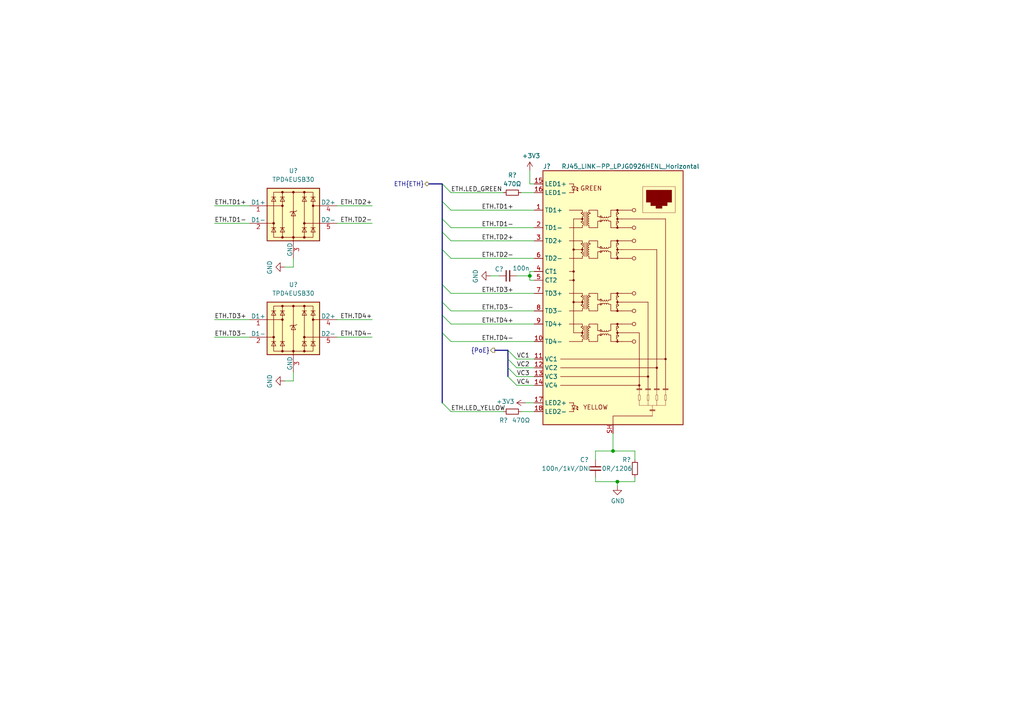
<source format=kicad_sch>
(kicad_sch (version 20201015) (generator eeschema)
  (paper "A4")
  (lib_symbols
    (symbol "Device:C_Small" (pin_numbers hide) (pin_names (offset 0.254) hide)
      (property "Reference" "C" (at 0.254 1.778 0))
      (property "Value" "C_Small" (at 0.254 -2.032 0))
      (symbol "C_Small_0_1"
        (polyline (pts (xy -1.524 -0.508) (xy 1.524 -0.508)) (stroke (width 0.3302)))
        (polyline (pts (xy -1.524 0.508) (xy 1.524 0.508)) (stroke (width 0.3048)))
      )
      (symbol "C_Small_1_1"
        (pin passive line (at 0 2.54 270) (length 2.032) (name "~") (number "1"))
        (pin passive line (at 0 -2.54 90) (length 2.032) (name "~") (number "2"))
      )
    )
    (symbol "Device:R_Small" (pin_numbers hide) (pin_names (offset 0.254) hide)
      (property "Reference" "R" (at 0.762 0.508 0))
      (property "Value" "R_Small" (at 0.762 -1.016 0))
      (symbol "R_Small_0_1"
        (rectangle (start -0.762 1.778) (end 0.762 -1.778) (stroke (width 0.2032)))
      )
      (symbol "R_Small_1_1"
        (pin passive line (at 0 2.54 270) (length 0.762) (name "~") (number "1"))
        (pin passive line (at 0 -2.54 90) (length 0.762) (name "~") (number "2"))
      )
    )
    (symbol "LightBlue:RJ45_LINK-PP_LPJG0926HENL_Horizontal"
      (property "Reference" "J" (at -20.32 38.1 0))
      (property "Value" "RJ45_LINK-PP_LPJG0926HENL_Horizontal" (at 5.08 38.1 0))
      (symbol "RJ45_LINK-PP_LPJG0926HENL_Horizontal_0_0"
        (text "GREEN" (at -6.35 31.75 0) (effects (font (size 1.27 1.27))))
        (text "YELLOW" (at -5.08 -31.75 0) (effects (font (size 1.27 1.27))))
        (rectangle (start 7.366 -28.194) (end 7.874 -29.718) (stroke (width 0.0006)))
        (rectangle (start 9.906 -28.194) (end 10.414 -29.718) (stroke (width 0.0006)))
        (rectangle (start 12.446 -28.194) (end 12.954 -29.718) (stroke (width 0.0006)))
        (rectangle (start 14.986 -28.194) (end 15.494 -29.718) (stroke (width 0.0006)))
        (rectangle (start 9.652 31.242) (end 17.018 27.686) (stroke (width 0.0006)) (fill (type outline)))
        (rectangle (start 10.922 27.686) (end 15.748 26.67) (stroke (width 0.0006)) (fill (type outline)))
        (rectangle (start 12.446 26.67) (end 14.224 25.908) (stroke (width 0.0006)) (fill (type outline)))
        (rectangle (start 8.636 32.258) (end 18.034 24.638) (stroke (width 0.0006)))
        (polyline (pts (xy 7.62 -29.718) (xy 7.62 -31.242)) (stroke (width 0.0006)))
        (polyline (pts (xy 7.62 -31.242) (xy 15.24 -31.242)) (stroke (width 0.0006)))
        (polyline (pts (xy 11.43 -32.512) (xy 11.43 -31.242)) (stroke (width 0.0006)))
        (polyline (pts (xy 10.16 -29.718) (xy 10.16 -31.242)) (stroke (width 0.0006)))
        (polyline (pts (xy 12.7 -29.718) (xy 12.7 -31.242)) (stroke (width 0.0006)))
        (polyline (pts (xy 15.24 -29.718) (xy 15.24 -31.242)) (stroke (width 0.0006)))
        (polyline (pts (xy 15.24 -26.67) (xy 15.24 -28.194)) (stroke (width 0.0006)))
        (polyline (pts (xy 10.16 -26.67) (xy 10.16 -28.194)) (stroke (width 0.0006)))
        (polyline (pts (xy 12.7 -26.67) (xy 12.7 -28.194)) (stroke (width 0.0006)))
        (polyline (pts (xy 7.62 -26.67) (xy 7.62 -28.194)) (stroke (width 0.0006)))
        (polyline (pts (xy 11.43 -34.29) (xy 11.43 -32.766)) (stroke (width 0.0006)))
      )
      (symbol "RJ45_LINK-PP_LPJG0926HENL_Horizontal_0_1"
        (arc (start -8.89 -12.065) (end -8.89 -11.43) (radius (at -8.89 -11.7602) (length 0.3048) (angles -89.9 89.9)))
        (arc (start -8.89 -11.43) (end -8.89 -10.795) (radius (at -8.89 -11.1252) (length 0.3048) (angles -89.9 89.9)))
        (arc (start -8.89 -9.525) (end -8.89 -8.89) (radius (at -8.89 -9.2202) (length 0.3048) (angles -89.9 89.9)))
        (arc (start -8.89 -8.89) (end -8.89 -8.255) (radius (at -8.89 -8.5852) (length 0.3048) (angles -89.9 89.9)))
        (arc (start -8.89 -3.175) (end -8.89 -2.54) (radius (at -8.89 -2.8702) (length 0.3048) (angles -89.9 89.9)))
        (arc (start -8.89 -2.54) (end -8.89 -1.905) (radius (at -8.89 -2.2352) (length 0.3048) (angles -89.9 89.9)))
        (arc (start -8.89 -0.635) (end -8.89 0) (radius (at -8.89 -0.3302) (length 0.3048) (angles -89.9 89.9)))
        (arc (start -8.89 0) (end -8.89 0.635) (radius (at -8.89 0.3048) (length 0.3048) (angles -89.9 89.9)))
        (arc (start -8.89 12.065) (end -8.89 12.7) (radius (at -8.89 12.3698) (length 0.3048) (angles -89.9 89.9)))
        (arc (start -8.89 12.7) (end -8.89 13.335) (radius (at -8.89 13.0048) (length 0.3048) (angles -89.9 89.9)))
        (arc (start -8.89 14.605) (end -8.89 15.24) (radius (at -8.89 14.9098) (length 0.3048) (angles -89.9 89.9)))
        (arc (start -8.89 15.24) (end -8.89 15.875) (radius (at -8.89 15.5448) (length 0.3048) (angles -89.9 89.9)))
        (arc (start -8.89 20.955) (end -8.89 21.59) (radius (at -8.89 21.2598) (length 0.3048) (angles -89.9 89.9)))
        (arc (start -8.89 21.59) (end -8.89 22.225) (radius (at -8.89 21.8948) (length 0.3048) (angles -89.9 89.9)))
        (arc (start -8.89 23.495) (end -8.89 24.13) (radius (at -8.89 23.7998) (length 0.3048) (angles -89.9 89.9)))
        (arc (start -8.89 24.13) (end -8.89 24.765) (radius (at -8.89 24.4348) (length 0.3048) (angles -89.9 89.9)))
        (arc (start -6.985 -11.43) (end -6.985 -12.065) (radius (at -6.985 -11.7348) (length 0.3048) (angles 90.1 -90.1)))
        (arc (start -6.985 -10.795) (end -6.985 -11.43) (radius (at -6.985 -11.0998) (length 0.3048) (angles 90.1 -90.1)))
        (arc (start -6.985 -10.16) (end -6.985 -10.795) (radius (at -6.985 -10.4648) (length 0.3048) (angles 90.1 -90.1)))
        (arc (start -6.985 -9.525) (end -6.985 -10.16) (radius (at -6.985 -9.8298) (length 0.3048) (angles 90.1 -90.1)))
        (arc (start -6.985 -8.89) (end -6.985 -9.525) (radius (at -6.985 -9.1948) (length 0.3048) (angles 90.1 -90.1)))
        (arc (start -6.985 -8.255) (end -6.985 -8.89) (radius (at -6.985 -8.5598) (length 0.3048) (angles 90.1 -90.1)))
        (arc (start -6.985 -2.54) (end -6.985 -3.175) (radius (at -6.985 -2.8448) (length 0.3048) (angles 90.1 -90.1)))
        (arc (start -6.985 -1.905) (end -6.985 -2.54) (radius (at -6.985 -2.2098) (length 0.3048) (angles 90.1 -90.1)))
        (arc (start -6.985 -1.27) (end -6.985 -1.905) (radius (at -6.985 -1.5748) (length 0.3048) (angles 90.1 -90.1)))
        (arc (start -6.985 -0.635) (end -6.985 -1.27) (radius (at -6.985 -0.9398) (length 0.3048) (angles 90.1 -90.1)))
        (arc (start -6.985 0) (end -6.985 -0.635) (radius (at -6.985 -0.3048) (length 0.3048) (angles 90.1 -90.1)))
        (arc (start -6.985 0.635) (end -6.985 0) (radius (at -6.985 0.3302) (length 0.3048) (angles 90.1 -90.1)))
        (arc (start -6.985 12.7) (end -6.985 12.065) (radius (at -6.985 12.3952) (length 0.3048) (angles 90.1 -90.1)))
        (arc (start -6.985 13.335) (end -6.985 12.7) (radius (at -6.985 13.0302) (length 0.3048) (angles 90.1 -90.1)))
        (arc (start -6.985 13.97) (end -6.985 13.335) (radius (at -6.985 13.6652) (length 0.3048) (angles 90.1 -90.1)))
        (arc (start -6.985 14.605) (end -6.985 13.97) (radius (at -6.985 14.3002) (length 0.3048) (angles 90.1 -90.1)))
        (arc (start -6.985 15.24) (end -6.985 14.605) (radius (at -6.985 14.9352) (length 0.3048) (angles 90.1 -90.1)))
        (arc (start -6.985 15.875) (end -6.985 15.24) (radius (at -6.985 15.5702) (length 0.3048) (angles 90.1 -90.1)))
        (arc (start -6.985 21.59) (end -6.985 20.955) (radius (at -6.985 21.2852) (length 0.3048) (angles 90.1 -90.1)))
        (arc (start -6.985 22.225) (end -6.985 21.59) (radius (at -6.985 21.9202) (length 0.3048) (angles 90.1 -90.1)))
        (arc (start -6.985 22.86) (end -6.985 22.225) (radius (at -6.985 22.5552) (length 0.3048) (angles 90.1 -90.1)))
        (arc (start -6.985 23.495) (end -6.985 22.86) (radius (at -6.985 23.1902) (length 0.3048) (angles 90.1 -90.1)))
        (arc (start -6.985 24.13) (end -6.985 23.495) (radius (at -6.985 23.8252) (length 0.3048) (angles 90.1 -90.1)))
        (arc (start -6.985 24.765) (end -6.985 24.13) (radius (at -6.985 24.4602) (length 0.3048) (angles 90.1 -90.1)))
        (arc (start -3.81 -9.525) (end -3.175 -9.525) (radius (at -3.5052 -9.525) (length 0.3048) (angles -179.9 -0.1)))
        (arc (start -3.81 -0.635) (end -3.175 -0.635) (radius (at -3.5052 -0.635) (length 0.3048) (angles -179.9 -0.1)))
        (arc (start -3.81 14.605) (end -3.175 14.605) (radius (at -3.5052 14.605) (length 0.3048) (angles -179.9 -0.1)))
        (arc (start -3.81 23.495) (end -3.175 23.495) (radius (at -3.5052 23.495) (length 0.3048) (angles -179.9 -0.1)))
        (arc (start -3.175 -10.795) (end -3.81 -10.795) (radius (at -3.4798 -10.795) (length 0.3048) (angles 0.1 179.9)))
        (arc (start -3.175 -1.905) (end -3.81 -1.905) (radius (at -3.4798 -1.905) (length 0.3048) (angles 0.1 179.9)))
        (arc (start -3.175 13.335) (end -3.81 13.335) (radius (at -3.4798 13.335) (length 0.3048) (angles 0.1 179.9)))
        (arc (start -3.175 22.225) (end -3.81 22.225) (radius (at -3.4798 22.225) (length 0.3048) (angles 0.1 179.9)))
        (arc (start -3.175 -9.525) (end -2.54 -9.525) (radius (at -2.8702 -9.525) (length 0.3048) (angles -179.9 -0.1)))
        (arc (start -3.175 -0.635) (end -2.54 -0.635) (radius (at -2.8702 -0.635) (length 0.3048) (angles -179.9 -0.1)))
        (arc (start -3.175 14.605) (end -2.54 14.605) (radius (at -2.8702 14.605) (length 0.3048) (angles -179.9 -0.1)))
        (arc (start -3.175 23.495) (end -2.54 23.495) (radius (at -2.8702 23.495) (length 0.3048) (angles -179.9 -0.1)))
        (arc (start -2.54 -10.795) (end -3.175 -10.795) (radius (at -2.8448 -10.795) (length 0.3048) (angles 0.1 179.9)))
        (arc (start -2.54 -1.905) (end -3.175 -1.905) (radius (at -2.8448 -1.905) (length 0.3048) (angles 0.1 179.9)))
        (arc (start -2.54 13.335) (end -3.175 13.335) (radius (at -2.8448 13.335) (length 0.3048) (angles 0.1 179.9)))
        (arc (start -2.54 22.225) (end -3.175 22.225) (radius (at -2.8448 22.225) (length 0.3048) (angles 0.1 179.9)))
        (arc (start -2.54 -9.525) (end -1.905 -9.525) (radius (at -2.2352 -9.525) (length 0.3048) (angles -179.9 -0.1)))
        (arc (start -2.54 -0.635) (end -1.905 -0.635) (radius (at -2.2352 -0.635) (length 0.3048) (angles -179.9 -0.1)))
        (arc (start -2.54 14.605) (end -1.905 14.605) (radius (at -2.2352 14.605) (length 0.3048) (angles -179.9 -0.1)))
        (arc (start -2.54 23.495) (end -1.905 23.495) (radius (at -2.2352 23.495) (length 0.3048) (angles -179.9 -0.1)))
        (arc (start -1.905 -10.795) (end -2.54 -10.795) (radius (at -2.2098 -10.795) (length 0.3048) (angles 0.1 179.9)))
        (arc (start -1.905 -1.905) (end -2.54 -1.905) (radius (at -2.2098 -1.905) (length 0.3048) (angles 0.1 179.9)))
        (arc (start -1.905 13.335) (end -2.54 13.335) (radius (at -2.2098 13.335) (length 0.3048) (angles 0.1 179.9)))
        (arc (start -1.905 22.225) (end -2.54 22.225) (radius (at -2.2098 22.225) (length 0.3048) (angles 0.1 179.9)))
        (arc (start -1.905 -9.525) (end -1.27 -9.525) (radius (at -1.6002 -9.525) (length 0.3048) (angles -179.9 -0.1)))
        (arc (start -1.905 -0.635) (end -1.27 -0.635) (radius (at -1.6002 -0.635) (length 0.3048) (angles -179.9 -0.1)))
        (arc (start -1.905 14.605) (end -1.27 14.605) (radius (at -1.6002 14.605) (length 0.3048) (angles -179.9 -0.1)))
        (arc (start -1.905 23.495) (end -1.27 23.495) (radius (at -1.6002 23.495) (length 0.3048) (angles -179.9 -0.1)))
        (arc (start -1.27 -10.795) (end -1.905 -10.795) (radius (at -1.5748 -10.795) (length 0.3048) (angles 0.1 179.9)))
        (arc (start -1.27 -1.905) (end -1.905 -1.905) (radius (at -1.5748 -1.905) (length 0.3048) (angles 0.1 179.9)))
        (arc (start -1.27 13.335) (end -1.905 13.335) (radius (at -1.5748 13.335) (length 0.3048) (angles 0.1 179.9)))
        (arc (start -1.27 22.225) (end -1.905 22.225) (radius (at -1.5748 22.225) (length 0.3048) (angles 0.1 179.9)))
        (arc (start 1.27 -11.43) (end 1.27 -12.065) (radius (at 1.27 -11.7602) (length 0.3048) (angles 90.1 -90.1)))
        (arc (start 1.27 -10.795) (end 1.27 -11.43) (radius (at 1.27 -11.1252) (length 0.3048) (angles 90.1 -90.1)))
        (arc (start 1.27 -8.89) (end 1.27 -9.525) (radius (at 1.27 -9.2202) (length 0.3048) (angles 90.1 -90.1)))
        (arc (start 1.27 -8.255) (end 1.27 -8.89) (radius (at 1.27 -8.5852) (length 0.3048) (angles 90.1 -90.1)))
        (arc (start 1.27 -2.54) (end 1.27 -3.175) (radius (at 1.27 -2.8702) (length 0.3048) (angles 90.1 -90.1)))
        (arc (start 1.27 -1.905) (end 1.27 -2.54) (radius (at 1.27 -2.2352) (length 0.3048) (angles 90.1 -90.1)))
        (arc (start 1.27 0) (end 1.27 -0.635) (radius (at 1.27 -0.3302) (length 0.3048) (angles 90.1 -90.1)))
        (arc (start 1.27 0.635) (end 1.27 0) (radius (at 1.27 0.3048) (length 0.3048) (angles 90.1 -90.1)))
        (arc (start 1.27 12.7) (end 1.27 12.065) (radius (at 1.27 12.3698) (length 0.3048) (angles 90.1 -90.1)))
        (arc (start 1.27 13.335) (end 1.27 12.7) (radius (at 1.27 13.0048) (length 0.3048) (angles 90.1 -90.1)))
        (arc (start 1.27 15.24) (end 1.27 14.605) (radius (at 1.27 14.9098) (length 0.3048) (angles 90.1 -90.1)))
        (arc (start 1.27 15.875) (end 1.27 15.24) (radius (at 1.27 15.5448) (length 0.3048) (angles 90.1 -90.1)))
        (arc (start 1.27 21.59) (end 1.27 20.955) (radius (at 1.27 21.2598) (length 0.3048) (angles 90.1 -90.1)))
        (arc (start 1.27 22.225) (end 1.27 21.59) (radius (at 1.27 21.8948) (length 0.3048) (angles 90.1 -90.1)))
        (arc (start 1.27 24.13) (end 1.27 23.495) (radius (at 1.27 23.7998) (length 0.3048) (angles 90.1 -90.1)))
        (arc (start 1.27 24.765) (end 1.27 24.13) (radius (at 1.27 24.4348) (length 0.3048) (angles 90.1 -90.1)))
        (circle (center -9.144 -11.049) (radius 0.127) (fill (type outline)))
        (circle (center -9.144 -8.509) (radius 0.127) (fill (type outline)))
        (circle (center -9.144 -2.159) (radius 0.127) (fill (type outline)))
        (circle (center -9.144 0.381) (radius 0.127) (fill (type outline)))
        (circle (center -9.144 13.081) (radius 0.127) (fill (type outline)))
        (circle (center -9.144 15.621) (radius 0.127) (fill (type outline)))
        (circle (center -9.144 21.971) (radius 0.127) (fill (type outline)))
        (circle (center -9.144 24.511) (radius 0.127) (fill (type outline)))
        (circle (center -8.89 -10.16) (radius 0.254) (fill (type outline)))
        (circle (center -8.89 -1.27) (radius 0.254) (fill (type outline)))
        (circle (center -8.89 13.97) (radius 0.254) (fill (type outline)))
        (circle (center -8.89 22.86) (radius 0.254) (fill (type outline)))
        (circle (center -6.731 -8.509) (radius 0.127) (fill (type outline)))
        (circle (center -6.731 0.381) (radius 0.127) (fill (type outline)))
        (circle (center -6.731 15.621) (radius 0.127) (fill (type outline)))
        (circle (center -6.731 24.511) (radius 0.127) (fill (type outline)))
        (circle (center -3.5306 -10.8966) (radius 0.127) (fill (type outline)))
        (circle (center -3.5306 -9.3726) (radius 0.127) (fill (type outline)))
        (circle (center -3.5306 -2.0066) (radius 0.127) (fill (type outline)))
        (circle (center -3.5306 -0.4826) (radius 0.127) (fill (type outline)))
        (circle (center -3.5306 13.2334) (radius 0.127) (fill (type outline)))
        (circle (center -3.5306 14.7574) (radius 0.127) (fill (type outline)))
        (circle (center -3.5306 22.1234) (radius 0.127) (fill (type outline)))
        (circle (center -3.5306 23.6474) (radius 0.127) (fill (type outline)))
        (circle (center 1.27 -12.7) (radius 0.254) (fill (type outline)))
        (circle (center 1.27 -10.16) (radius 0.254) (fill (type outline)))
        (circle (center 1.27 -7.62) (radius 0.254) (fill (type outline)))
        (circle (center 1.27 -3.81) (radius 0.254) (fill (type outline)))
        (circle (center 1.27 -1.27) (radius 0.254) (fill (type outline)))
        (circle (center 1.27 1.27) (radius 0.254) (fill (type outline)))
        (circle (center 1.27 11.43) (radius 0.254) (fill (type outline)))
        (circle (center 1.27 13.97) (radius 0.254) (fill (type outline)))
        (circle (center 1.27 16.51) (radius 0.254) (fill (type outline)))
        (circle (center 1.27 20.32) (radius 0.254) (fill (type outline)))
        (circle (center 1.27 22.86) (radius 0.254) (fill (type outline)))
        (circle (center 1.27 25.4) (radius 0.254) (fill (type outline)))
        (circle (center 1.524 -11.049) (radius 0.127) (fill (type outline)))
        (circle (center 1.524 -8.509) (radius 0.127) (fill (type outline)))
        (circle (center 1.524 -2.159) (radius 0.127) (fill (type outline)))
        (circle (center 1.524 0.381) (radius 0.127) (fill (type outline)))
        (circle (center 1.524 13.081) (radius 0.127) (fill (type outline)))
        (circle (center 1.524 15.621) (radius 0.127) (fill (type outline)))
        (circle (center 1.524 21.971) (radius 0.127) (fill (type outline)))
        (circle (center 1.524 24.511) (radius 0.127) (fill (type outline)))
        (circle (center 6.096 -12.7) (radius 0.508))
        (circle (center 6.096 -7.62) (radius 0.508))
        (circle (center 6.096 -3.81) (radius 0.508))
        (circle (center 6.096 1.27) (radius 0.508))
        (circle (center 6.096 11.43) (radius 0.508))
        (circle (center 6.096 16.51) (radius 0.508))
        (circle (center 6.096 20.32) (radius 0.508))
        (circle (center 6.096 25.4) (radius 0.508))
        (circle (center 7.62 -25.4) (radius 0.254) (fill (type outline)))
        (circle (center 10.16 -22.86) (radius 0.254) (fill (type outline)))
        (circle (center 12.7 -20.32) (radius 0.254) (fill (type outline)))
        (circle (center 15.24 -17.78) (radius 0.254) (fill (type outline)))
        (circle (center -11.43 -1.27) (radius 0.254) (fill (type outline)))
        (circle (center -11.43 13.97) (radius 0.254) (fill (type outline)))
        (circle (center -11.43 7.62) (radius 0.254) (fill (type outline)))
        (circle (center -11.43 5.08) (radius 0.254) (fill (type outline)))
        (rectangle (start -20.32 36.83) (end 20.32 -36.83) (stroke (width 0.254)) (fill (type background)))
        (polyline (pts (xy -12.7 -12.7) (xy -8.89 -12.7)))
        (polyline (pts (xy -12.7 5.08) (xy -11.43 5.08)))
        (polyline (pts (xy -12.7 -7.62) (xy -8.89 -7.62)))
        (polyline (pts (xy -12.7 -3.81) (xy -8.89 -3.81)))
        (polyline (pts (xy -12.7 7.62) (xy -11.43 7.62)))
        (polyline (pts (xy -12.7 1.27) (xy -8.89 1.27)))
        (polyline (pts (xy -12.7 11.43) (xy -8.89 11.43)))
        (polyline (pts (xy -12.7 16.51) (xy -8.89 16.51)))
        (polyline (pts (xy -12.7 20.32) (xy -8.89 20.32)))
        (polyline (pts (xy -12.7 25.4) (xy -8.89 25.4)))
        (polyline (pts (xy -11.43 -10.16) (xy -8.89 -10.16)))
        (polyline (pts (xy -11.43 -1.27) (xy -8.89 -1.27)))
        (polyline (pts (xy -11.43 13.97) (xy -8.89 13.97)))
        (polyline (pts (xy -11.43 22.86) (xy -8.89 22.86)))
        (polyline (pts (xy -8.89 -12.7) (xy -8.89 -12.065)))
        (polyline (pts (xy -8.89 -10.16) (xy -8.89 -10.795)))
        (polyline (pts (xy -8.89 -10.16) (xy -8.89 -9.525)))
        (polyline (pts (xy -8.89 -7.62) (xy -8.89 -8.255)))
        (polyline (pts (xy -8.89 -3.81) (xy -8.89 -3.175)))
        (polyline (pts (xy -8.89 -1.27) (xy -8.89 -1.905)))
        (polyline (pts (xy -8.89 -1.27) (xy -8.89 -0.635)))
        (polyline (pts (xy -8.89 1.27) (xy -8.89 0.635)))
        (polyline (pts (xy -8.89 11.43) (xy -8.89 12.065)))
        (polyline (pts (xy -8.89 13.97) (xy -8.89 13.335)))
        (polyline (pts (xy -8.89 13.97) (xy -8.89 14.605)))
        (polyline (pts (xy -8.89 16.51) (xy -8.89 15.875)))
        (polyline (pts (xy -8.89 20.32) (xy -8.89 20.955)))
        (polyline (pts (xy -8.89 22.86) (xy -8.89 22.225)))
        (polyline (pts (xy -8.89 22.86) (xy -8.89 23.495)))
        (polyline (pts (xy -8.89 25.4) (xy -8.89 24.765)))
        (polyline (pts (xy -8.128 -12.192) (xy -8.128 -8.128)))
        (polyline (pts (xy -8.128 -3.302) (xy -8.128 0.762)))
        (polyline (pts (xy -8.128 11.938) (xy -8.128 16.002)))
        (polyline (pts (xy -8.128 20.828) (xy -8.128 24.892)))
        (polyline (pts (xy -7.62 -12.192) (xy -7.62 -8.128)))
        (polyline (pts (xy -7.62 -3.302) (xy -7.62 0.762)))
        (polyline (pts (xy -7.62 11.938) (xy -7.62 16.002)))
        (polyline (pts (xy -7.62 20.828) (xy -7.62 24.892)))
        (polyline (pts (xy -4.445 -9.525) (xy -3.81 -9.525)))
        (polyline (pts (xy -4.445 -0.635) (xy -3.81 -0.635)))
        (polyline (pts (xy -4.445 14.605) (xy -3.81 14.605)))
        (polyline (pts (xy -4.445 23.495) (xy -3.81 23.495)))
        (polyline (pts (xy -0.635 -12.7) (xy 0.635 -12.7)))
        (polyline (pts (xy -0.635 -7.62) (xy 0.635 -7.62)))
        (polyline (pts (xy -0.635 -3.81) (xy 0.635 -3.81)))
        (polyline (pts (xy -0.635 1.27) (xy 0.635 1.27)))
        (polyline (pts (xy -0.635 11.43) (xy 0.635 11.43)))
        (polyline (pts (xy -0.635 16.51) (xy 0.635 16.51)))
        (polyline (pts (xy -0.635 20.32) (xy 0.635 20.32)))
        (polyline (pts (xy -0.635 25.4) (xy 0.635 25.4)))
        (polyline (pts (xy 1.27 -12.7) (xy 1.27 -12.065)))
        (polyline (pts (xy 1.27 -10.16) (xy 1.27 -10.795)))
        (polyline (pts (xy 1.27 -10.16) (xy 1.27 -9.525)))
        (polyline (pts (xy 1.27 -7.62) (xy 1.27 -8.255)))
        (polyline (pts (xy 1.27 -3.81) (xy 1.27 -3.175)))
        (polyline (pts (xy 1.27 -1.27) (xy 1.27 -1.905)))
        (polyline (pts (xy 1.27 -1.27) (xy 1.27 -0.635)))
        (polyline (pts (xy 1.27 1.27) (xy 1.27 0.635)))
        (polyline (pts (xy 1.27 11.43) (xy 1.27 12.065)))
        (polyline (pts (xy 1.27 13.97) (xy 1.27 13.335)))
        (polyline (pts (xy 1.27 13.97) (xy 1.27 14.605)))
        (polyline (pts (xy 1.27 16.51) (xy 1.27 15.875)))
        (polyline (pts (xy 1.27 20.32) (xy 1.27 20.955)))
        (polyline (pts (xy 1.27 22.86) (xy 1.27 22.225)))
        (polyline (pts (xy 1.27 22.86) (xy 1.27 23.495)))
        (polyline (pts (xy 1.27 25.4) (xy 1.27 24.765)))
        (polyline (pts (xy 8.382 -26.416) (xy 6.858 -26.416)))
        (polyline (pts (xy 2.54 -12.7) (xy 1.27 -12.7)))
        (polyline (pts (xy 2.54 -12.7) (xy 5.588 -12.7)))
        (polyline (pts (xy 2.54 -10.16) (xy 1.27 -10.16)))
        (polyline (pts (xy 2.54 -7.62) (xy 1.27 -7.62)))
        (polyline (pts (xy 2.54 -7.62) (xy 5.588 -7.62)))
        (polyline (pts (xy 2.54 -3.81) (xy 1.27 -3.81)))
        (polyline (pts (xy 2.54 -3.81) (xy 5.588 -3.81)))
        (polyline (pts (xy 2.54 -1.27) (xy 1.27 -1.27)))
        (polyline (pts (xy 2.54 1.27) (xy 1.27 1.27)))
        (polyline (pts (xy 2.54 1.27) (xy 5.588 1.27)))
        (polyline (pts (xy 2.54 11.43) (xy 1.27 11.43)))
        (polyline (pts (xy 2.54 11.43) (xy 5.588 11.43)))
        (polyline (pts (xy 2.54 13.97) (xy 1.27 13.97)))
        (polyline (pts (xy 2.54 16.51) (xy 1.27 16.51)))
        (polyline (pts (xy 2.54 16.51) (xy 5.588 16.51)))
        (polyline (pts (xy 2.54 20.32) (xy 1.27 20.32)))
        (polyline (pts (xy 2.54 20.32) (xy 5.588 20.32)))
        (polyline (pts (xy 2.54 22.86) (xy 1.27 22.86)))
        (polyline (pts (xy 2.54 25.4) (xy 1.27 25.4)))
        (polyline (pts (xy 2.54 25.4) (xy 5.588 25.4)))
        (polyline (pts (xy 2.54 -10.16) (xy 7.62 -10.16)))
        (polyline (pts (xy 2.54 -1.27) (xy 10.16 -1.27)))
        (polyline (pts (xy 2.54 13.97) (xy 12.7 13.97)))
        (polyline (pts (xy 7.62 -26.416) (xy 7.62 -10.16)))
        (polyline (pts (xy 15.24 22.86) (xy 2.54 22.86)))
        (polyline (pts (xy -6.985 -12.065) (xy -6.985 -12.7) (xy -5.08 -12.7)))
        (polyline (pts (xy -6.985 -8.255) (xy -6.985 -7.62) (xy -5.08 -7.62)))
        (polyline (pts (xy -6.985 -3.175) (xy -6.985 -3.81) (xy -5.08 -3.81)))
        (polyline (pts (xy -6.985 0.635) (xy -6.985 1.27) (xy -5.08 1.27)))
        (polyline (pts (xy -6.985 12.065) (xy -6.985 11.43) (xy -5.08 11.43)))
        (polyline (pts (xy -6.985 15.875) (xy -6.985 16.51) (xy -5.08 16.51)))
        (polyline (pts (xy -6.985 20.955) (xy -6.985 20.32) (xy -5.08 20.32)))
        (polyline (pts (xy -6.985 24.765) (xy -6.985 25.4) (xy -5.08 25.4)))
        (polyline (pts (xy -5.08 -7.62) (xy -4.445 -7.62) (xy -4.445 -9.525)))
        (polyline (pts (xy -5.08 1.27) (xy -4.445 1.27) (xy -4.445 -0.635)))
        (polyline (pts (xy -5.08 16.51) (xy -4.445 16.51) (xy -4.445 14.605)))
        (polyline (pts (xy -5.08 25.4) (xy -4.445 25.4) (xy -4.445 23.495)))
        (polyline (pts (xy -1.27 -10.795) (xy -0.635 -10.795) (xy -0.635 -12.7)))
        (polyline (pts (xy -1.27 -9.525) (xy -0.635 -9.525) (xy -0.635 -7.62)))
        (polyline (pts (xy -1.27 -1.905) (xy -0.635 -1.905) (xy -0.635 -3.81)))
        (polyline (pts (xy -1.27 -0.635) (xy -0.635 -0.635) (xy -0.635 1.27)))
        (polyline (pts (xy -1.27 13.335) (xy -0.635 13.335) (xy -0.635 11.43)))
        (polyline (pts (xy -1.27 14.605) (xy -0.635 14.605) (xy -0.635 16.51)))
        (polyline (pts (xy -1.27 22.225) (xy -0.635 22.225) (xy -0.635 20.32)))
        (polyline (pts (xy -1.27 23.495) (xy -0.635 23.495) (xy -0.635 25.4)))
        (polyline (pts (xy 0.635 -12.7) (xy 1.27 -12.7) (xy 1.27 -12.065)))
        (polyline (pts (xy 0.635 -7.62) (xy 1.27 -7.62) (xy 1.27 -8.255)))
        (polyline (pts (xy 0.635 -3.81) (xy 1.27 -3.81) (xy 1.27 -3.175)))
        (polyline (pts (xy 0.635 1.27) (xy 1.27 1.27) (xy 1.27 0.635)))
        (polyline (pts (xy 0.635 11.43) (xy 1.27 11.43) (xy 1.27 12.065)))
        (polyline (pts (xy 0.635 16.51) (xy 1.27 16.51) (xy 1.27 15.875)))
        (polyline (pts (xy 0.635 20.32) (xy 1.27 20.32) (xy 1.27 20.955)))
        (polyline (pts (xy 0.635 25.4) (xy 1.27 25.4) (xy 1.27 24.765)))
        (polyline (pts (xy 11.43 -34.29) (xy 0 -34.29) (xy 0 -36.83)))
        (polyline (pts (xy -5.08 -12.7) (xy -4.445 -12.7) (xy -4.445 -10.795) (xy -3.81 -10.795)))
        (polyline (pts (xy -5.08 -3.81) (xy -4.445 -3.81) (xy -4.445 -1.905) (xy -3.81 -1.905)))
        (polyline (pts (xy -5.08 11.43) (xy -4.445 11.43) (xy -4.445 13.335) (xy -3.81 13.335)))
        (polyline (pts (xy -5.08 20.32) (xy -4.445 20.32) (xy -4.445 22.225) (xy -3.81 22.225)))
        (polyline (pts (xy 8.382 -26.67) (xy 6.858 -26.67)))
        (polyline (pts (xy 10.16 -26.416) (xy 10.16 -1.27)))
        (polyline (pts (xy 12.7 -26.416) (xy 12.7 13.97)))
        (polyline (pts (xy 15.24 -26.416) (xy 15.24 22.86)))
        (polyline (pts (xy 10.922 -26.416) (xy 9.398 -26.416)))
        (polyline (pts (xy 10.922 -26.67) (xy 9.398 -26.67)))
        (polyline (pts (xy 13.462 -26.416) (xy 11.938 -26.416)))
        (polyline (pts (xy 13.462 -26.67) (xy 11.938 -26.67)))
        (polyline (pts (xy 16.002 -26.416) (xy 14.478 -26.416)))
        (polyline (pts (xy 16.002 -26.67) (xy 14.478 -26.67)))
        (polyline (pts (xy -15.24 -17.78) (xy 15.24 -17.78)))
        (polyline (pts (xy -15.24 -20.32) (xy 12.7 -20.32)))
        (polyline (pts (xy -15.24 -22.86) (xy 10.16 -22.86)))
        (polyline (pts (xy -15.24 -25.4) (xy 7.62 -25.4)))
        (polyline (pts (xy 12.192 -32.766) (xy 10.668 -32.766)))
        (polyline (pts (xy 12.192 -32.512) (xy 10.668 -32.512)))
        (polyline (pts (xy -11.43 -10.16) (xy -11.43 22.86)))
      )
      (symbol "RJ45_LINK-PP_LPJG0926HENL_Horizontal_1_1"
        (polyline (pts (xy -12.7 -33.02) (xy -11.43 -33.02)))
        (polyline (pts (xy -12.7 -30.48) (xy -11.43 -30.48)))
        (polyline (pts (xy -12.7 30.48) (xy -11.43 30.48)))
        (polyline (pts (xy -12.7 33.02) (xy -11.43 33.02)))
        (polyline (pts (xy -11.938 -32.258) (xy -10.922 -32.258)))
        (polyline (pts (xy -11.938 31.242) (xy -10.922 31.242)))
        (polyline (pts (xy -11.43 -33.02) (xy -11.43 -32.258)))
        (polyline (pts (xy -11.43 -30.48) (xy -11.43 -31.242)))
        (polyline (pts (xy -11.43 30.48) (xy -11.43 31.242)))
        (polyline (pts (xy -11.43 33.02) (xy -11.43 32.258)))
        (polyline (pts (xy -10.16 -32.512) (xy -10.287 -32.131)))
        (polyline (pts (xy -10.16 -31.877) (xy -10.287 -31.496)))
        (polyline (pts (xy -10.16 30.988) (xy -10.287 31.369)))
        (polyline (pts (xy -10.16 31.623) (xy -10.287 32.004)))
        (polyline (pts (xy -10.668 -32.004) (xy -10.16 -32.512) (xy -10.541 -32.385)))
        (polyline (pts (xy -10.668 -31.369) (xy -10.16 -31.877) (xy -10.541 -31.75)))
        (polyline (pts (xy -10.668 31.496) (xy -10.16 30.988) (xy -10.541 31.115)))
        (polyline (pts (xy -10.668 32.131) (xy -10.16 31.623) (xy -10.541 31.75)))
        (polyline (pts (xy -11.43 -32.258) (xy -11.938 -31.242) (xy -10.922 -31.242) (xy -11.43 -32.258)))
        (polyline (pts (xy -11.43 31.242) (xy -11.938 32.258) (xy -10.922 32.258) (xy -11.43 31.242)))
        (pin passive line (at -22.86 7.62 0) (length 2.54) (name "CT1") (number "4"))
        (pin passive line (at -22.86 20.32 0) (length 2.54) (name "TD1-") (number "2"))
        (pin passive line (at -22.86 25.4 0) (length 2.54) (name "TD1+") (number "1"))
        (pin passive line (at -22.86 -33.02 0) (length 2.54) (name "LED2-") (number "18"))
        (pin passive line (at -22.86 -30.48 0) (length 2.54) (name "LED2+") (number "17"))
        (pin passive line (at -22.86 30.48 0) (length 2.54) (name "LED1-") (number "16"))
        (pin passive line (at -22.86 33.02 0) (length 2.54) (name "LED1+") (number "15"))
        (pin passive line (at -22.86 -3.81 0) (length 2.54) (name "TD3-") (number "8"))
        (pin passive line (at -22.86 1.27 0) (length 2.54) (name "TD3+") (number "7"))
        (pin passive line (at -22.86 16.51 0) (length 2.54) (name "TD2+") (number "3"))
        (pin passive line (at -22.86 11.43 0) (length 2.54) (name "TD2-") (number "6"))
        (pin passive line (at -22.86 5.08 0) (length 2.54) (name "CT2") (number "5"))
        (pin passive line (at -22.86 -7.62 0) (length 2.54) (name "TD4+") (number "9"))
        (pin passive line (at -22.86 -12.7 0) (length 2.54) (name "TD4-") (number "10"))
        (pin passive line (at 0 -39.37 90) (length 2.54) (name "~") (number "SH"))
        (pin passive line (at -22.86 -17.78 0) (length 2.54) (name "VC1") (number "11"))
        (pin passive line (at -22.86 -20.32 0) (length 2.54) (name "VC2") (number "12"))
        (pin passive line (at -22.86 -22.86 0) (length 2.54) (name "VC3") (number "13"))
        (pin passive line (at -22.86 -25.4 0) (length 2.54) (name "VC4") (number "14"))
      )
    )
    (symbol "Power_Protection:TPD4EUSB30" (pin_names (offset 0))
      (property "Reference" "U" (at -0.635 8.89 0))
      (property "Value" "TPD4EUSB30" (at 8.89 -10.16 0))
      (symbol "TPD4EUSB30_0_0"
        (rectangle (start -5.715 6.477) (end 5.715 -6.604))
        (polyline (pts (xy -3.175 -6.604) (xy -3.175 6.477)))
        (polyline (pts (xy 0 6.477) (xy 0 -6.604)))
        (polyline (pts (xy 3.175 6.477) (xy 3.175 -6.604)))
      )
      (symbol "TPD4EUSB30_0_1"
        (circle (center -5.715 -2.54) (radius 0.2794) (fill (type outline)))
        (circle (center -3.175 -6.604) (radius 0.2794) (fill (type outline)))
        (circle (center -3.175 2.54) (radius 0.2794) (fill (type outline)))
        (circle (center -3.175 6.477) (radius 0.2794) (fill (type outline)))
        (circle (center 0 -6.604) (radius 0.2794) (fill (type outline)))
        (circle (center 0 6.477) (radius 0.2794) (fill (type outline)))
        (circle (center 3.175 -6.604) (radius 0.2794) (fill (type outline)))
        (circle (center 3.175 -2.54) (radius 0.2794) (fill (type outline)))
        (circle (center 3.175 6.477) (radius 0.2794) (fill (type outline)))
        (circle (center 5.715 2.54) (radius 0.2794) (fill (type outline)))
        (rectangle (start -7.62 7.62) (end 7.62 -7.62) (stroke (width 0.254)) (fill (type background)))
        (polyline (pts (xy -7.747 2.54) (xy -3.175 2.54)))
        (polyline (pts (xy -7.62 -2.54) (xy -5.715 -2.54)))
        (polyline (pts (xy -5.08 -3.81) (xy -6.35 -3.81)))
        (polyline (pts (xy -5.08 5.08) (xy -6.35 5.08)))
        (polyline (pts (xy -2.54 -3.81) (xy -3.81 -3.81)))
        (polyline (pts (xy -2.54 5.08) (xy -3.81 5.08)))
        (polyline (pts (xy -0.635 0.889) (xy -1.016 0.635)))
        (polyline (pts (xy 0 -6.604) (xy 0 -7.62)))
        (polyline (pts (xy 0.635 0.889) (xy -0.635 0.889)))
        (polyline (pts (xy 0.635 0.889) (xy 1.016 1.143)))
        (polyline (pts (xy 3.81 -3.81) (xy 2.54 -3.81)))
        (polyline (pts (xy 3.81 5.08) (xy 2.54 5.08)))
        (polyline (pts (xy 6.35 -3.81) (xy 5.08 -3.81)))
        (polyline (pts (xy 6.35 5.08) (xy 5.08 5.08)))
        (polyline (pts (xy 7.62 -2.54) (xy 3.175 -2.54)))
        (polyline (pts (xy 7.62 2.54) (xy 5.715 2.54)))
        (polyline (pts (xy -5.08 -5.08) (xy -6.35 -5.08) (xy -5.715 -3.81) (xy -5.08 -5.08)))
        (polyline (pts (xy -5.08 3.81) (xy -6.35 3.81) (xy -5.715 5.08) (xy -5.08 3.81)))
        (polyline (pts (xy -2.54 -5.08) (xy -3.81 -5.08) (xy -3.175 -3.81) (xy -2.54 -5.08)))
        (polyline (pts (xy -2.54 3.81) (xy -3.81 3.81) (xy -3.175 5.08) (xy -2.54 3.81)))
        (polyline (pts (xy 0.635 -0.381) (xy -0.635 -0.381) (xy 0 0.889) (xy 0.635 -0.381)))
        (polyline (pts (xy 3.81 -5.08) (xy 2.54 -5.08) (xy 3.175 -3.81) (xy 3.81 -5.08)))
        (polyline (pts (xy 3.81 3.81) (xy 2.54 3.81) (xy 3.175 5.08) (xy 3.81 3.81)))
        (polyline (pts (xy 6.35 -5.08) (xy 5.08 -5.08) (xy 5.715 -3.81) (xy 6.35 -5.08)))
        (polyline (pts (xy 6.35 3.81) (xy 5.08 3.81) (xy 5.715 5.08) (xy 6.35 3.81)))
      )
      (symbol "TPD4EUSB30_1_1"
        (pin passive line (at -12.7 2.54 0) (length 5.08) (name "D1+") (number "1"))
        (pin unconnected line (at -5.08 7.62 0) (length 5.08) hide (name "NC") (number "10"))
        (pin passive line (at -12.7 -2.54 0) (length 5.08) (name "D1-") (number "2"))
        (pin power_in line (at 0 -12.7 90) (length 5.08) (name "GND") (number "3"))
        (pin passive line (at 12.7 2.54 180) (length 5.08) (name "D2+") (number "4"))
        (pin passive line (at 12.7 -2.54 180) (length 5.08) (name "D2-") (number "5"))
        (pin unconnected line (at 5.08 -7.62 180) (length 5.08) hide (name "NC") (number "6"))
        (pin unconnected line (at 5.08 7.62 180) (length 5.08) hide (name "NC") (number "7"))
        (pin passive line (at 0 -12.7 90) (length 5.08) hide (name "GND") (number "8"))
        (pin unconnected line (at -5.08 -7.62 0) (length 5.08) hide (name "NC") (number "9"))
      )
    )
    (symbol "power:+3V3" (power) (pin_names (offset 0))
      (property "Value" "+3V3" (at 0 3.556 0))
      (symbol "+3V3_0_1"
        (polyline (pts (xy -0.762 1.27) (xy 0 2.54)))
        (polyline (pts (xy 0 0) (xy 0 2.54)))
        (polyline (pts (xy 0 2.54) (xy 0.762 1.27)))
      )
      (symbol "+3V3_1_1"
        (pin power_in line (at 0 0 90) (length 0) hide (name "+3V3") (number "1"))
      )
    )
    (symbol "power:GND" (power) (pin_names (offset 0))
      (property "Value" "GND" (at 0 -3.81 0))
      (symbol "GND_0_1"
        (polyline (pts (xy 0 0) (xy 0 -1.27) (xy 1.27 -1.27) (xy 0 -2.54) (xy -1.27 -1.27) (xy 0 -1.27)))
      )
      (symbol "GND_1_1"
        (pin power_in line (at 0 0 270) (length 0) hide (name "GND") (number "1"))
      )
    )
  )
  (bus_alias "ETH" (members "TD1+" "TD1-" "TD2+" "TD2-" "TD3+" "TD3-" "TD4+" "TD4-" "LED_YELLOW" "LED_GREEN"))
  (bus_alias "PoE" (members "VC1" "VC2" "VC3" "VC4"))
  (junction (at 153.67 80.01) (diameter 0.9144))
  (junction (at 177.8 130.81) (diameter 0.9144))
  (junction (at 179.07 139.7) (diameter 0.9144))
  (bus_entry (at 128.27 53.34) (size 2.54 2.54) (stroke (width 0.1524)))
  (bus_entry (at 128.27 58.42) (size 2.54 2.54) (stroke (width 0.1524)))
  (bus_entry (at 128.27 63.5) (size 2.54 2.54) (stroke (width 0.1524)))
  (bus_entry (at 128.27 67.31) (size 2.54 2.54) (stroke (width 0.1524)))
  (bus_entry (at 128.27 72.39) (size 2.54 2.54) (stroke (width 0.1524)))
  (bus_entry (at 128.27 82.55) (size 2.54 2.54) (stroke (width 0.1524)))
  (bus_entry (at 128.27 87.63) (size 2.54 2.54) (stroke (width 0.1524)))
  (bus_entry (at 128.27 91.44) (size 2.54 2.54) (stroke (width 0.1524)))
  (bus_entry (at 128.27 96.52) (size 2.54 2.54) (stroke (width 0.1524)))
  (bus_entry (at 128.27 116.84) (size 2.54 2.54) (stroke (width 0.1524)))
  (bus_entry (at 149.86 104.14) (size -2.54 -2.54) (stroke (width 0.1524)))
  (bus_entry (at 149.86 106.68) (size -2.54 -2.54) (stroke (width 0.1524)))
  (bus_entry (at 149.86 109.22) (size -2.54 -2.54) (stroke (width 0.1524)))
  (bus_entry (at 149.86 111.76) (size -2.54 -2.54) (stroke (width 0.1524)))
  (wire (pts (xy 62.23 59.69) (xy 72.39 59.69)))
  (wire (pts (xy 62.23 64.77) (xy 72.39 64.77)))
  (wire (pts (xy 62.23 92.71) (xy 72.39 92.71)))
  (wire (pts (xy 62.23 97.79) (xy 72.39 97.79)))
  (wire (pts (xy 85.09 74.93) (xy 85.09 77.47)))
  (wire (pts (xy 85.09 77.47) (xy 82.55 77.47)))
  (wire (pts (xy 85.09 107.95) (xy 85.09 110.49)))
  (wire (pts (xy 85.09 110.49) (xy 82.55 110.49)))
  (wire (pts (xy 97.79 59.69) (xy 107.95 59.69)))
  (wire (pts (xy 97.79 64.77) (xy 107.95 64.77)))
  (wire (pts (xy 97.79 92.71) (xy 107.95 92.71)))
  (wire (pts (xy 97.79 97.79) (xy 107.95 97.79)))
  (wire (pts (xy 130.81 55.88) (xy 146.05 55.88)))
  (wire (pts (xy 130.81 60.96) (xy 154.94 60.96)))
  (wire (pts (xy 130.81 66.04) (xy 154.94 66.04)))
  (wire (pts (xy 130.81 69.85) (xy 154.94 69.85)))
  (wire (pts (xy 130.81 74.93) (xy 154.94 74.93)))
  (wire (pts (xy 130.81 85.09) (xy 154.94 85.09)))
  (wire (pts (xy 130.81 90.17) (xy 154.94 90.17)))
  (wire (pts (xy 130.81 93.98) (xy 154.94 93.98)))
  (wire (pts (xy 130.81 99.06) (xy 154.94 99.06)))
  (wire (pts (xy 130.81 119.38) (xy 146.05 119.38)))
  (wire (pts (xy 142.24 80.01) (xy 144.78 80.01)))
  (wire (pts (xy 149.86 80.01) (xy 153.67 80.01)))
  (wire (pts (xy 149.86 104.14) (xy 154.94 104.14)))
  (wire (pts (xy 149.86 106.68) (xy 154.94 106.68)))
  (wire (pts (xy 149.86 109.22) (xy 154.94 109.22)))
  (wire (pts (xy 149.86 111.76) (xy 154.94 111.76)))
  (wire (pts (xy 151.13 55.88) (xy 154.94 55.88)))
  (wire (pts (xy 151.13 119.38) (xy 154.94 119.38)))
  (wire (pts (xy 152.4 116.84) (xy 154.94 116.84)))
  (wire (pts (xy 153.67 53.34) (xy 153.67 49.53)))
  (wire (pts (xy 153.67 78.74) (xy 153.67 80.01)))
  (wire (pts (xy 153.67 80.01) (xy 153.67 81.28)))
  (wire (pts (xy 153.67 81.28) (xy 154.94 81.28)))
  (wire (pts (xy 154.94 53.34) (xy 153.67 53.34)))
  (wire (pts (xy 154.94 78.74) (xy 153.67 78.74)))
  (wire (pts (xy 172.72 130.81) (xy 172.72 133.35)))
  (wire (pts (xy 172.72 138.43) (xy 172.72 139.7)))
  (wire (pts (xy 172.72 139.7) (xy 179.07 139.7)))
  (wire (pts (xy 177.8 125.73) (xy 177.8 130.81)))
  (wire (pts (xy 177.8 130.81) (xy 172.72 130.81)))
  (wire (pts (xy 179.07 139.7) (xy 179.07 140.97)))
  (wire (pts (xy 179.07 139.7) (xy 184.15 139.7)))
  (wire (pts (xy 184.15 130.81) (xy 177.8 130.81)))
  (wire (pts (xy 184.15 133.35) (xy 184.15 130.81)))
  (wire (pts (xy 184.15 139.7) (xy 184.15 138.43)))
  (bus (pts (xy 124.46 53.34) (xy 128.27 53.34)))
  (bus (pts (xy 128.27 53.34) (xy 128.27 58.42)))
  (bus (pts (xy 128.27 58.42) (xy 128.27 63.5)))
  (bus (pts (xy 128.27 63.5) (xy 128.27 67.31)))
  (bus (pts (xy 128.27 67.31) (xy 128.27 72.39)))
  (bus (pts (xy 128.27 72.39) (xy 128.27 82.55)))
  (bus (pts (xy 128.27 82.55) (xy 128.27 87.63)))
  (bus (pts (xy 128.27 87.63) (xy 128.27 91.44)))
  (bus (pts (xy 128.27 91.44) (xy 128.27 96.52)))
  (bus (pts (xy 128.27 96.52) (xy 128.27 116.84)))
  (bus (pts (xy 143.51 101.6) (xy 147.32 101.6)))
  (bus (pts (xy 147.32 101.6) (xy 147.32 104.14)))
  (bus (pts (xy 147.32 104.14) (xy 147.32 106.68)))
  (bus (pts (xy 147.32 106.68) (xy 147.32 109.22)))
  (label "ETH.TD1+" (at 62.23 59.69 0))
  (label "ETH.TD1-" (at 62.23 64.77 0))
  (label "ETH.TD3+" (at 62.23 92.71 0))
  (label "ETH.TD3-" (at 62.23 97.79 0))
  (label "ETH.TD2+" (at 107.95 59.69 180))
  (label "ETH.TD2-" (at 107.95 64.77 180))
  (label "ETH.TD4+" (at 107.95 92.71 180))
  (label "ETH.TD4-" (at 107.95 97.79 180))
  (label "ETH.LED_GREEN" (at 130.81 55.88 0))
  (label "ETH.LED_YELLOW" (at 130.81 119.38 0))
  (label "ETH.TD1+" (at 139.7 60.96 0))
  (label "ETH.TD1-" (at 139.7 66.04 0))
  (label "ETH.TD2+" (at 139.7 69.85 0))
  (label "ETH.TD2-" (at 139.7 74.93 0))
  (label "ETH.TD3+" (at 139.7 85.09 0))
  (label "ETH.TD3-" (at 139.7 90.17 0))
  (label "ETH.TD4+" (at 139.7 93.98 0))
  (label "ETH.TD4-" (at 139.7 99.06 0))
  (label "VC1" (at 149.86 104.14 0))
  (label "VC2" (at 149.86 106.68 0))
  (label "VC3" (at 149.86 109.22 0))
  (label "VC4" (at 149.86 111.76 0))
  (hierarchical_label "ETH{ETH}" (shape bidirectional) (at 124.46 53.34 180))
  (hierarchical_label "{PoE}" (shape output) (at 143.51 101.6 180))
  (symbol (lib_id "power:+3V3") (at 152.4 116.84 90) (unit 1)
    (property "Reference" "#PWR?" (effects hide))
    (property "Value" "+3V3" (at 149.2249 116.4717 90) (effects (justify left)))
  )
  (symbol (lib_id "power:+3V3") (at 153.67 49.53 0) (unit 1)
    (property "Reference" "#PWR?" (effects hide))
    (property "Value" "+3V3" (at 154.0383 45.2056 0))
  )
  (symbol (lib_id "power:GND") (at 82.55 77.47 270) (unit 1)
    (property "Reference" "#PWR?" (effects hide))
    (property "Value" "GND" (at 78.2256 77.5843 0))
  )
  (symbol (lib_id "power:GND") (at 82.55 110.49 270) (unit 1)
    (property "Reference" "#PWR?" (effects hide))
    (property "Value" "GND" (at 78.2256 110.6043 0))
  )
  (symbol (lib_id "power:GND") (at 142.24 80.01 270) (unit 1)
    (property "Reference" "#PWR?" (effects hide))
    (property "Value" "GND" (at 137.9156 80.1243 0))
  )
  (symbol (lib_id "power:GND") (at 179.07 140.97 0) (unit 1)
    (property "Reference" "#PWR?" (effects hide))
    (property "Value" "GND" (at 179.1843 145.2944 0))
  )
  (symbol (lib_id "Device:R_Small") (at 148.59 55.88 90) (unit 1)
    (property "Reference" "R?" (at 148.59 50.8 90))
    (property "Value" "470Ω" (at 148.59 53.34 90))
  )
  (symbol (lib_id "Device:R_Small") (at 148.59 119.38 90) (unit 1)
    (property "Reference" "R?" (at 146.05 121.92 90))
    (property "Value" "470Ω" (at 151.13 121.92 90))
  )
  (symbol (lib_id "Device:R_Small") (at 184.15 135.89 180) (unit 1)
    (property "Reference" "R?" (at 181.7432 133.35 0))
    (property "Value" "0R/1206" (at 178.962 135.89 0))
  )
  (symbol (lib_id "Device:C_Small") (at 147.32 80.01 90) (unit 1)
    (property "Reference" "C?" (at 144.78 78.0477 90))
    (property "Value" "100n" (at 151.13 77.806 90))
  )
  (symbol (lib_id "Device:C_Small") (at 172.72 135.89 0) (unit 1)
    (property "Reference" "C?" (at 169.4877 133.35 0))
    (property "Value" "100n/1kV/DNI" (at 164.166 135.89 0))
  )
  (symbol (lib_id "Power_Protection:TPD4EUSB30") (at 85.09 62.23 0) (unit 1)
    (property "Reference" "U?" (at 85.09 49.53 0))
    (property "Value" "TPD4EUSB30" (at 85.09 52.07 0))
    (property "Footprint" "Package_SON:USON-10_2.5x1.0mm_P0.5mm" (effects hide))
    (property "Datasheet" "http://www.ti.com/lit/ds/symlink/tpd2eusb30a.pdf" (effects hide))
  )
  (symbol (lib_id "Power_Protection:TPD4EUSB30") (at 85.09 95.25 0) (unit 1)
    (property "Reference" "U?" (at 85.09 82.55 0))
    (property "Value" "TPD4EUSB30" (at 85.09 85.09 0))
    (property "Footprint" "Package_SON:USON-10_2.5x1.0mm_P0.5mm" (effects hide))
    (property "Datasheet" "http://www.ti.com/lit/ds/symlink/tpd2eusb30a.pdf" (effects hide))
  )
  (symbol (lib_id "LightBlue:RJ45_LINK-PP_LPJG0926HENL_Horizontal") (at 177.8 86.36 0) (unit 1)
    (property "Reference" "J?" (at 157.48 48.26 0) (effects (justify left)))
    (property "Value" "RJ45_LINK-PP_LPJG0926HENL_Horizontal" (at 182.88 48.26 0))
    (property "Footprint" "LightBlue:RJ45_LINK-PP_LPJG0926HENL_Horizontal" (effects hide))
    (property "Datasheet" "http://www.link-pp.com/upload/file/20180411/20180411182938293829.pdf" (effects hide))
  )
)
</source>
